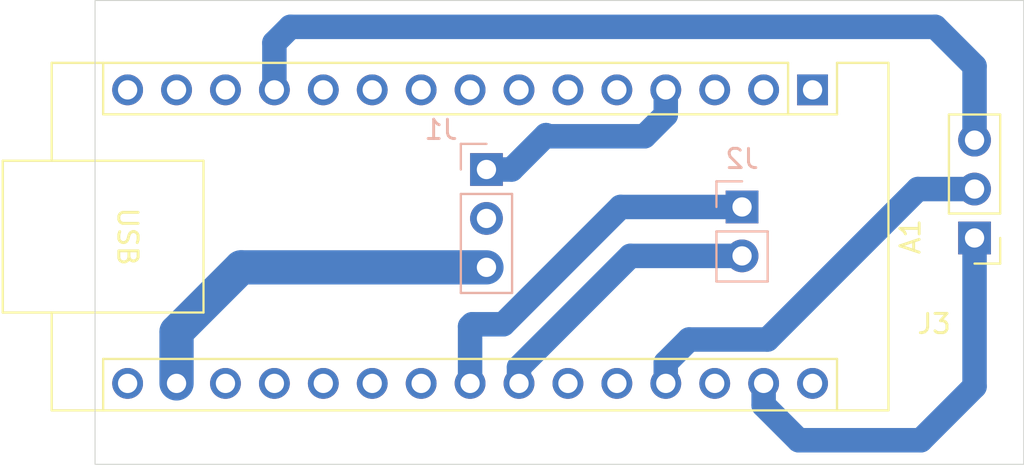
<source format=kicad_pcb>
(kicad_pcb (version 20240108) (generator "pcbnew") (generator_version "8.0")
  (layers (0 "F.Cu" signal) (31 "B.Cu" signal) (34 "B.Paste" user) (35 "F.Paste" user) (36 "B.SilkS" user "B.Silkscreen") (37 "F.SilkS" user "F.Silkscreen") (38 "B.Mask" user) (39 "F.Mask" user) (44 "Edge.Cuts" user))
  (net 0 "")
  (net 2 "Net-(A1-D9)")
  (net 10 "Net-(J3-Pin_1)")
  (net 12 "Net-(A1-3V3)")
  (net 13 "Net-(A1-A4)")
  (net 18 "Net-(A1-A5)")
  (net 22 "Net-(J1-Pin_1)")
  (net 29 "Net-(A1-+5V)")
  (footprint "Connector_PinHeader_2.54mm:PinHeader_1x03_P2.54mm_Vertical" (layer "F.Cu") (at 25.34 3.46 180)
    (property "Reference" "J3" (at 2.1 -4.46 0) (layer "F.SilkS"))
    (property "Value" "Servo")
    (fp_line (start 1.33 1.27) (end 1.33 6.41) (stroke (width 0.12)) (layer "F.SilkS"))
    (fp_line (start -1.33 6.41) (end 1.33 6.41) (stroke (width 0.12)) (layer "F.SilkS"))
    (fp_line (start -1.33 1.27) (end 1.33 1.27) (stroke (width 0.12)) (layer "F.SilkS"))
    (fp_line (start -1.33 1.27) (end -1.33 6.41) (stroke (width 0.12)) (layer "F.SilkS"))
    (fp_line (start -1.33 0) (end -1.33 -1.33) (stroke (width 0.12)) (layer "F.SilkS"))
    (fp_line (start -1.33 -1.33) (end 0 -1.33) (stroke (width 0.12)) (layer "F.SilkS"))
    (pad "1" thru_hole rect (at 0 0 180) (size 1.7 1.7) (drill 1) (layers "*.Cu" "*.Mask") (net 10 "Net-(J3-Pin_1)"))
    (pad "2" thru_hole oval (at 0 2.54 180) (size 1.7 1.7) (drill 1) (layers "*.Cu" "*.Mask") (net 29 "Net-(A1-+5V)"))
    (pad "3" thru_hole oval (at 0 5.08 180) (size 1.7 1.7) (drill 1) (layers "*.Cu" "*.Mask") (net 2 "Net-(A1-D9)"))
  )
  (footprint "Module:Arduino_Nano" (layer "F.Cu") (at 16.93 -4.23 -90)
    (property "Reference" "A1" (at 7.62 -5.08 90) (layer "F.SilkS"))
    (property "Value" "Arduino_Nano_v2.x")
    (fp_line (start 3.68 42.04) (end 3.68 31.62) (stroke (width 0.12)) (layer "F.SilkS"))
    (fp_line (start 11.56 42.04) (end 3.68 42.04) (stroke (width 0.12)) (layer "F.SilkS"))
    (fp_line (start -1.4 39.5) (end 3.68 39.5) (stroke (width 0.12)) (layer "F.SilkS"))
    (fp_line (start 16.64 39.5) (end 11.56 39.5) (stroke (width 0.12)) (layer "F.SilkS"))
    (fp_line (start 16.64 39.5) (end 16.64 -3.94) (stroke (width 0.12)) (layer "F.SilkS"))
    (fp_line (start 1.27 36.83) (end -1.4 36.83) (stroke (width 0.12)) (layer "F.SilkS"))
    (fp_line (start 13.97 36.83) (end 16.64 36.83) (stroke (width 0.12)) (layer "F.SilkS"))
    (fp_line (start 3.68 31.62) (end 11.56 31.62) (stroke (width 0.12)) (layer "F.SilkS"))
    (fp_line (start 11.56 31.62) (end 11.56 42.04) (stroke (width 0.12)) (layer "F.SilkS"))
    (fp_line (start -1.4 1.27) (end -1.4 39.5) (stroke (width 0.12)) (layer "F.SilkS"))
    (fp_line (start 1.27 1.27) (end 1.27 36.83) (stroke (width 0.12)) (layer "F.SilkS"))
    (fp_line (start 1.27 1.27) (end -1.4 1.27) (stroke (width 0.12)) (layer "F.SilkS"))
    (fp_line (start 1.27 1.27) (end 1.27 -1.27) (stroke (width 0.12)) (layer "F.SilkS"))
    (fp_line (start 1.27 -1.27) (end -1.4 -1.27) (stroke (width 0.12)) (layer "F.SilkS"))
    (fp_line (start 13.97 -1.27) (end 13.97 36.83) (stroke (width 0.12)) (layer "F.SilkS"))
    (fp_line (start 13.97 -1.27) (end 16.64 -1.27) (stroke (width 0.12)) (layer "F.SilkS"))
    (fp_line (start -1.4 -3.94) (end -1.4 -1.27) (stroke (width 0.12)) (layer "F.SilkS"))
    (fp_line (start 16.64 -3.94) (end -1.4 -3.94) (stroke (width 0.12)) (layer "F.SilkS"))
    (fp_text user "USB" (at 7.62 35.56 -90) (layer "F.SilkS"))
    (pad "1" thru_hole rect (at 0 0 270) (size 1.6 1.6) (drill 1) (layers "*.Cu" "*.Mask"))
    (pad "2" thru_hole oval (at 0 2.54 270) (size 1.6 1.6) (drill 1) (layers "*.Cu" "*.Mask"))
    (pad "3" thru_hole oval (at 0 5.08 270) (size 1.6 1.6) (drill 1) (layers "*.Cu" "*.Mask"))
    (pad "4" thru_hole oval (at 0 7.62 270) (size 1.6 1.6) (drill 1) (layers "*.Cu" "*.Mask") (net 22 "Net-(J1-Pin_1)"))
    (pad "5" thru_hole oval (at 0 10.16 270) (size 1.6 1.6) (drill 1) (layers "*.Cu" "*.Mask"))
    (pad "6" thru_hole oval (at 0 12.7 270) (size 1.6 1.6) (drill 1) (layers "*.Cu" "*.Mask"))
    (pad "7" thru_hole oval (at 0 15.24 270) (size 1.6 1.6) (drill 1) (layers "*.Cu" "*.Mask"))
    (pad "8" thru_hole oval (at 0 17.78 270) (size 1.6 1.6) (drill 1) (layers "*.Cu" "*.Mask"))
    (pad "9" thru_hole oval (at 0 20.32 270) (size 1.6 1.6) (drill 1) (layers "*.Cu" "*.Mask"))
    (pad "10" thru_hole oval (at 0 22.86 270) (size 1.6 1.6) (drill 1) (layers "*.Cu" "*.Mask"))
    (pad "11" thru_hole oval (at 0 25.4 270) (size 1.6 1.6) (drill 1) (layers "*.Cu" "*.Mask"))
    (pad "12" thru_hole oval (at 0 27.94 270) (size 1.6 1.6) (drill 1) (layers "*.Cu" "*.Mask") (net 2 "Net-(A1-D9)"))
    (pad "13" thru_hole oval (at 0 30.48 270) (size 1.6 1.6) (drill 1) (layers "*.Cu" "*.Mask"))
    (pad "14" thru_hole oval (at 0 33.02 270) (size 1.6 1.6) (drill 1) (layers "*.Cu" "*.Mask"))
    (pad "15" thru_hole oval (at 0 35.56 270) (size 1.6 1.6) (drill 1) (layers "*.Cu" "*.Mask"))
    (pad "16" thru_hole oval (at 15.24 35.56 270) (size 1.6 1.6) (drill 1) (layers "*.Cu" "*.Mask"))
    (pad "17" thru_hole oval (at 15.24 33.02 270) (size 1.6 1.6) (drill 1) (layers "*.Cu" "*.Mask") (net 12 "Net-(A1-3V3)"))
    (pad "18" thru_hole oval (at 15.24 30.48 270) (size 1.6 1.6) (drill 1) (layers "*.Cu" "*.Mask"))
    (pad "19" thru_hole oval (at 15.24 27.94 270) (size 1.6 1.6) (drill 1) (layers "*.Cu" "*.Mask"))
    (pad "20" thru_hole oval (at 15.24 25.4 270) (size 1.6 1.6) (drill 1) (layers "*.Cu" "*.Mask"))
    (pad "21" thru_hole oval (at 15.24 22.86 270) (size 1.6 1.6) (drill 1) (layers "*.Cu" "*.Mask"))
    (pad "22" thru_hole oval (at 15.24 20.32 270) (size 1.6 1.6) (drill 1) (layers "*.Cu" "*.Mask"))
    (pad "23" thru_hole oval (at 15.24 17.78 270) (size 1.6 1.6) (drill 1) (layers "*.Cu" "*.Mask") (net 13 "Net-(A1-A4)"))
    (pad "24" thru_hole oval (at 15.24 15.24 270) (size 1.6 1.6) (drill 1) (layers "*.Cu" "*.Mask") (net 18 "Net-(A1-A5)"))
    (pad "25" thru_hole oval (at 15.24 12.7 270) (size 1.6 1.6) (drill 1) (layers "*.Cu" "*.Mask"))
    (pad "26" thru_hole oval (at 15.24 10.16 270) (size 1.6 1.6) (drill 1) (layers "*.Cu" "*.Mask"))
    (pad "27" thru_hole oval (at 15.24 7.62 270) (size 1.6 1.6) (drill 1) (layers "*.Cu" "*.Mask") (net 29 "Net-(A1-+5V)"))
    (pad "28" thru_hole oval (at 15.24 5.08 270) (size 1.6 1.6) (drill 1) (layers "*.Cu" "*.Mask"))
    (pad "29" thru_hole oval (at 15.24 2.54 270) (size 1.6 1.6) (drill 1) (layers "*.Cu" "*.Mask") (net 10 "Net-(J3-Pin_1)"))
    (pad "30" thru_hole oval (at 15.24 0 270) (size 1.6 1.6) (drill 1) (layers "*.Cu" "*.Mask"))
  )
  (footprint "Connector_PinSocket_2.54mm:PinSocket_1x02_P2.54mm_Vertical" (layer "B.Cu") (at 13.27 1.85 180)
    (property "Reference" "J2" (at 0 2.5 0) (layer "B.SilkS") (effects (justify mirror)))
    (property "Value" "AS5600_I2C")
    (fp_line (start 1.33 1.33) (end 0 1.33) (stroke (width 0.12)) (layer "B.SilkS"))
    (fp_line (start 1.33 0) (end 1.33 1.33) (stroke (width 0.12)) (layer "B.SilkS"))
    (fp_line (start 1.33 -1.27) (end -1.33 -1.27) (stroke (width 0.12)) (layer "B.SilkS"))
    (fp_line (start 1.33 -3.87) (end 1.33 -1.27) (stroke (width 0.12)) (layer "B.SilkS"))
    (fp_line (start 1.33 -3.87) (end -1.33 -3.87) (stroke (width 0.12)) (layer "B.SilkS"))
    (fp_line (start -1.33 -3.87) (end -1.33 -1.27) (stroke (width 0.12)) (layer "B.SilkS"))
    (pad "1" thru_hole rect (at 0 0 180) (size 1.7 1.7) (drill 1) (layers "*.Cu" "*.Mask") (net 13 "Net-(A1-A4)"))
    (pad "2" thru_hole oval (at 0 -2.54 180) (size 1.7 1.7) (drill 1) (layers "*.Cu" "*.Mask") (net 18 "Net-(A1-A5)"))
  )
  (footprint "Connector_PinSocket_2.54mm:PinSocket_1x03_P2.54mm_Vertical" (layer "B.Cu") (at 0 -0.095 180)
    (property "Reference" "J1" (at 2.36 2.065 0) (layer "B.SilkS") (effects (justify mirror)))
    (property "Value" "AS5600_power")
    (fp_line (start 1.33 1.33) (end 0 1.33) (stroke (width 0.12)) (layer "B.SilkS"))
    (fp_line (start 1.33 0) (end 1.33 1.33) (stroke (width 0.12)) (layer "B.SilkS"))
    (fp_line (start 1.33 -1.27) (end -1.33 -1.27) (stroke (width 0.12)) (layer "B.SilkS"))
    (fp_line (start 1.33 -6.41) (end 1.33 -1.27) (stroke (width 0.12)) (layer "B.SilkS"))
    (fp_line (start 1.33 -6.41) (end -1.33 -6.41) (stroke (width 0.12)) (layer "B.SilkS"))
    (fp_line (start -1.33 -6.41) (end -1.33 -1.27) (stroke (width 0.12)) (layer "B.SilkS"))
    (pad "1" thru_hole rect (at 0 0 180) (size 1.7 1.7) (drill 1) (layers "*.Cu" "*.Mask") (net 22 "Net-(J1-Pin_1)"))
    (pad "2" thru_hole oval (at 0 -2.54 180) (size 1.7 1.7) (drill 1) (layers "*.Cu" "*.Mask"))
    (pad "3" thru_hole oval (at 0 -5.08 180) (size 1.7 1.7) (drill 1) (layers "*.Cu" "*.Mask") (net 12 "Net-(A1-3V3)"))
  )
  (gr_rect (start -20.32 -8.87) (end 27.89 15.21) (stroke (width 0.05)) (fill none) (layer "Edge.Cuts"))
  (segment (start 25.34 -5.46) (end 23.3 -7.5) (width 1.27) (layer "B.Cu") (net 2))
  (segment (start -10.18 -7.5) (end -11.01 -6.67) (width 1.27) (layer "B.Cu") (net 2))
  (segment (start 25.34 -1.62) (end 25.34 -5.46) (width 1.27) (layer "B.Cu") (net 2))
  (segment (start -11.01 -6.67) (end -11.01 -4.23) (width 1.27) (layer "B.Cu") (net 2))
  (segment (start 23.3 -7.5) (end -10.18 -7.5) (width 1.27) (layer "B.Cu") (net 2))
  (segment (start 25.34 11.17) (end 25.34 3.46) (width 1.27) (layer "B.Cu") (net 10))
  (segment (start 22.55 13.96) (end 25.34 11.17) (width 1.27) (layer "B.Cu") (net 10))
  (segment (start 14.39 12.14137) (end 16.20863 13.96) (width 1.27) (layer "B.Cu") (net 10))
  (segment (start 16.20863 13.96) (end 22.55 13.96) (width 1.27) (layer "B.Cu") (net 10))
  (segment (start 14.39 11.01) (end 14.39 12.14137) (width 1.27) (layer "B.Cu") (net 10))
  (segment (start -16.09 8.33363) (end -16.09 11.01) (width 1.778) (layer "B.Cu") (net 12))
  (segment (start 0 4.985) (end -12.74137 4.985) (width 1.778) (layer "B.Cu") (net 12))
  (segment (start -12.74137 4.985) (end -16.09 8.33363) (width 1.778) (layer "B.Cu") (net 12))
  (segment (start -0.85 8.05) (end -0.74 7.94) (width 1.27) (layer "B.Cu") (net 13))
  (segment (start -0.74 7.94) (end 0.87 7.94) (width 1.27) (layer "B.Cu") (net 13))
  (segment (start 6.96 1.85) (end 13.27 1.85) (width 1.27) (layer "B.Cu") (net 13))
  (segment (start -0.85 11.01) (end -0.85 8.05) (width 1.27) (layer "B.Cu") (net 13))
  (segment (start 0.87 7.94) (end 6.96 1.85) (width 1.27) (layer "B.Cu") (net 13))
  (segment (start 7.47 4.39) (end 13.27 4.39) (width 1.27) (layer "B.Cu") (net 18))
  (segment (start 1.69 10.17) (end 7.47 4.39) (width 1.27) (layer "B.Cu") (net 18))
  (segment (start 1.69 11.01) (end 1.69 10.17) (width 1.27) (layer "B.Cu") (net 18))
  (segment (start 9.31 -2.93) (end 8.2 -1.82) (width 1.27) (layer "B.Cu") (net 22))
  (segment (start 9.31 -4.23) (end 9.31 -2.93) (width 1.27) (layer "B.Cu") (net 22))
  (segment (start 1.305 -0.095) (end 0 -0.095) (width 1.27) (layer "B.Cu") (net 22))
  (segment (start 8.2 -1.82) (end 3.15 -1.82) (width 1.27) (layer "B.Cu") (net 22))
  (segment (start 3.15 -1.82) (end 3.09 -1.88) (width 1.27) (layer "B.Cu") (net 22))
  (segment (start 3.09 -1.88) (end 1.305 -0.095) (width 1.27) (layer "B.Cu") (net 22))
  (segment (start 10.52 8.73) (end 9.31 9.94) (width 1.27) (layer "B.Cu") (net 29))
  (segment (start 25.34 0.92) (end 22.4 0.92) (width 1.27) (layer "B.Cu") (net 29))
  (segment (start 14.59 8.73) (end 10.52 8.73) (width 1.27) (layer "B.Cu") (net 29))
  (segment (start 22.4 0.92) (end 14.59 8.73) (width 1.27) (layer "B.Cu") (net 29))
  (segment (start 9.31 9.94) (end 9.31 11.01) (width 1.27) (layer "B.Cu") (net 29))
)
</source>
